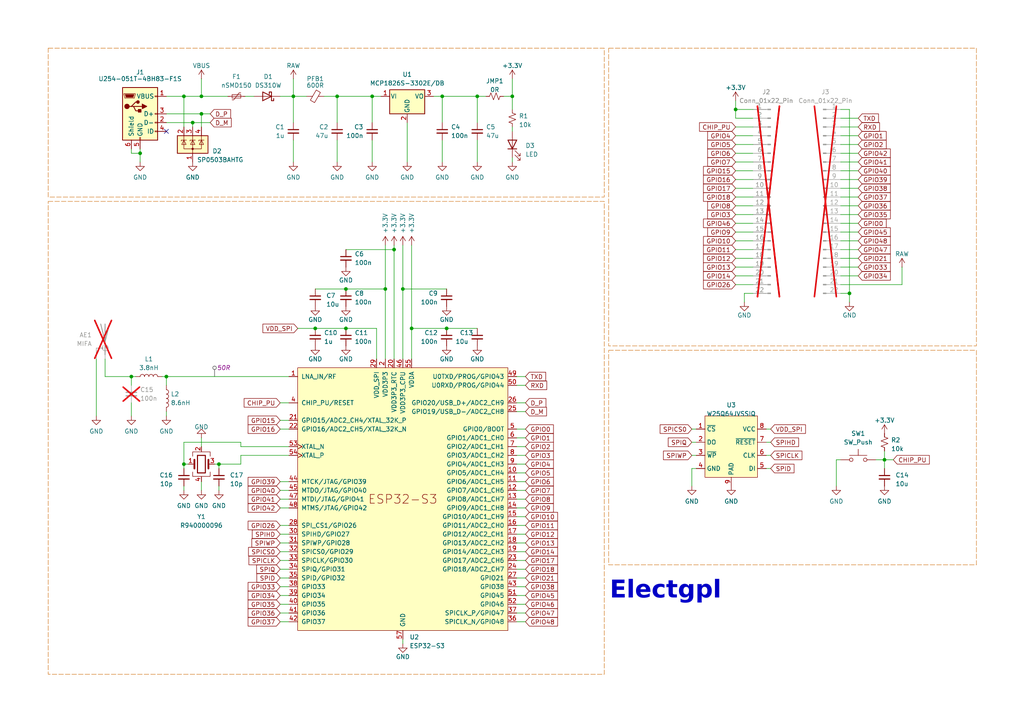
<source format=kicad_sch>
(kicad_sch (version 20250114) (generator "eeschema") (generator_version "9.0")
  (paper "A4")
  (title_block (title "ESP32-S3 Dev") (date "2025-04-11") (rev "1.0") (company "Electgpl"))
  (rectangle (start 176.53 13.97) (end 283.21 100.33) (stroke (width 0.127) (type dash) (color 204 102 0 1)))
  (rectangle (start 13.97 58.42) (end 175.26 195.58) (stroke (width 0.127) (type dash) (color 204 102 0 1)))
  (rectangle (start 176.53 101.6) (end 283.21 163.83) (stroke (width 0.127) (type dash) (color 204 102 0 1)))
  (rectangle (start 13.97 13.97) (end 175.26 57.15) (stroke (width 0.127) (type dash) (color 204 102 0 1)))
  (text "Electgpl" (at 193.04 172.72 0) (effects (font (size 5.08 5.08) (bold yes))))
  (junction (at 48.26 109.22))
  (junction (at 213.36 31.75))
  (junction (at 38.1 109.22))
  (junction (at 114.3 72.39))
  (junction (at 63.5 134.62))
  (junction (at 58.42 33.02))
  (junction (at 111.76 83.82))
  (junction (at 246.38 85.09))
  (junction (at 58.42 27.94))
  (junction (at 128.27 27.94))
  (junction (at 119.38 95.25))
  (junction (at 55.88 35.56))
  (junction (at 148.59 27.94))
  (junction (at 40.64 44.45))
  (junction (at 100.33 83.82))
  (junction (at 53.34 27.94))
  (junction (at 256.54 133.35))
  (junction (at 97.79 27.94))
  (junction (at 85.09 27.94))
  (junction (at 91.44 95.25))
  (junction (at 129.54 95.25))
  (junction (at 107.95 27.94))
  (junction (at 100.33 95.25))
  (junction (at 116.84 83.82))
  (junction (at 138.43 27.94))
  (junction (at 53.34 134.62))
  (no_connect (at 48.26 38.1))
  (wire (pts (xy 215.9 85.09) (xy 215.9 87.63)))
  (wire (pts (xy 38.1 116.84) (xy 38.1 120.65)))
  (wire (pts (xy 243.84 52.07) (xy 248.92 52.07)))
  (wire (pts (xy 148.59 38.1) (xy 148.59 36.83)))
  (wire (pts (xy 48.26 109.22) (xy 48.26 111.76)))
  (wire (pts (xy 149.86 157.48) (xy 152.4 157.48)))
  (wire (pts (xy 213.36 74.93) (xy 218.44 74.93)))
  (wire (pts (xy 243.84 54.61) (xy 248.92 54.61)))
  (wire (pts (xy 100.33 95.25) (xy 109.22 95.25)))
  (wire (pts (xy 85.09 27.94) (xy 85.09 35.56)))
  (wire (pts (xy 149.86 119.38) (xy 152.4 119.38)))
  (wire (pts (xy 213.36 64.77) (xy 218.44 64.77)))
  (wire (pts (xy 81.28 124.46) (xy 83.82 124.46)))
  (wire (pts (xy 119.38 71.12) (xy 119.38 95.25)))
  (wire (pts (xy 63.5 134.62) (xy 69.85 134.62)))
  (wire (pts (xy 58.42 22.86) (xy 58.42 27.94)))
  (wire (pts (xy 58.42 33.02) (xy 60.96 33.02)))
  (wire (pts (xy 213.36 41.91) (xy 218.44 41.91)))
  (wire (pts (xy 107.95 35.56) (xy 107.95 27.94)))
  (wire (pts (xy 85.09 27.94) (xy 88.9 27.94)))
  (wire (pts (xy 55.88 35.56) (xy 55.88 36.83)))
  (wire (pts (xy 243.84 44.45) (xy 248.92 44.45)))
  (wire (pts (xy 125.73 27.94) (xy 128.27 27.94)))
  (wire (pts (xy 128.27 27.94) (xy 128.27 35.56)))
  (wire (pts (xy 243.84 85.09) (xy 246.38 85.09)))
  (wire (pts (xy 116.84 83.82) (xy 129.54 83.82)))
  (wire (pts (xy 215.9 85.09) (xy 218.44 85.09)))
  (wire (pts (xy 149.86 154.94) (xy 152.4 154.94)))
  (wire (pts (xy 53.34 134.62) (xy 53.34 135.89)))
  (wire (pts (xy 40.64 43.18) (xy 40.64 44.45)))
  (wire (pts (xy 149.86 129.54) (xy 152.4 129.54)))
  (wire (pts (xy 128.27 40.64) (xy 128.27 46.99)))
  (wire (pts (xy 243.84 59.69) (xy 248.92 59.69)))
  (wire (pts (xy 39.37 109.22) (xy 38.1 109.22)))
  (wire (pts (xy 243.84 36.83) (xy 248.92 36.83)))
  (wire (pts (xy 81.28 116.84) (xy 83.82 116.84)))
  (wire (pts (xy 256.54 133.35) (xy 259.08 133.35)))
  (wire (pts (xy 213.36 82.55) (xy 218.44 82.55)))
  (wire (pts (xy 111.76 71.12) (xy 111.76 83.82)))
  (wire (pts (xy 201.93 135.89) (xy 200.66 135.89)))
  (wire (pts (xy 138.43 40.64) (xy 138.43 46.99)))
  (wire (pts (xy 243.84 69.85) (xy 248.92 69.85)))
  (wire (pts (xy 213.36 80.01) (xy 218.44 80.01)))
  (wire (pts (xy 149.86 116.84) (xy 152.4 116.84)))
  (wire (pts (xy 149.86 142.24) (xy 152.4 142.24)))
  (wire (pts (xy 243.84 46.99) (xy 248.92 46.99)))
  (wire (pts (xy 114.3 72.39) (xy 114.3 104.14)))
  (wire (pts (xy 48.26 119.38) (xy 48.26 120.65)))
  (wire (pts (xy 93.98 27.94) (xy 97.79 27.94)))
  (wire (pts (xy 149.86 177.8) (xy 152.4 177.8)))
  (wire (pts (xy 71.12 27.94) (xy 73.66 27.94)))
  (wire (pts (xy 213.36 49.53) (xy 218.44 49.53)))
  (wire (pts (xy 148.59 46.99) (xy 148.59 45.72)))
  (wire (pts (xy 48.26 35.56) (xy 55.88 35.56)))
  (wire (pts (xy 81.28 121.92) (xy 83.82 121.92)))
  (wire (pts (xy 118.11 35.56) (xy 118.11 46.99)))
  (wire (pts (xy 55.88 35.56) (xy 60.96 35.56)))
  (wire (pts (xy 81.28 144.78) (xy 83.82 144.78)))
  (wire (pts (xy 46.99 109.22) (xy 48.26 109.22)))
  (wire (pts (xy 213.36 62.23) (xy 218.44 62.23)))
  (wire (pts (xy 63.5 134.62) (xy 63.5 135.89)))
  (wire (pts (xy 48.26 33.02) (xy 58.42 33.02)))
  (wire (pts (xy 107.95 40.64) (xy 107.95 46.99)))
  (wire (pts (xy 58.42 127) (xy 58.42 129.54)))
  (wire (pts (xy 116.84 71.12) (xy 116.84 83.82)))
  (wire (pts (xy 243.84 49.53) (xy 248.92 49.53)))
  (wire (pts (xy 53.34 134.62) (xy 54.61 134.62)))
  (wire (pts (xy 218.44 31.75) (xy 213.36 31.75)))
  (wire (pts (xy 246.38 31.75) (xy 246.38 85.09)))
  (wire (pts (xy 243.84 64.77) (xy 248.92 64.77)))
  (wire (pts (xy 149.86 160.02) (xy 152.4 160.02)))
  (wire (pts (xy 213.36 44.45) (xy 218.44 44.45)))
  (wire (pts (xy 30.48 109.22) (xy 38.1 109.22)))
  (wire (pts (xy 100.33 83.82) (xy 111.76 83.82)))
  (wire (pts (xy 242.57 133.35) (xy 242.57 140.97)))
  (wire (pts (xy 58.42 139.7) (xy 58.42 142.24)))
  (wire (pts (xy 85.09 22.86) (xy 85.09 27.94)))
  (wire (pts (xy 48.26 109.22) (xy 83.82 109.22)))
  (wire (pts (xy 149.86 132.08) (xy 152.4 132.08)))
  (wire (pts (xy 149.86 170.18) (xy 152.4 170.18)))
  (wire (pts (xy 243.84 74.93) (xy 248.92 74.93)))
  (wire (pts (xy 81.28 177.8) (xy 83.82 177.8)))
  (wire (pts (xy 200.66 135.89) (xy 200.66 140.97)))
  (wire (pts (xy 222.25 132.08) (xy 223.52 132.08)))
  (wire (pts (xy 243.84 80.01) (xy 248.92 80.01)))
  (wire (pts (xy 213.36 69.85) (xy 218.44 69.85)))
  (wire (pts (xy 81.28 152.4) (xy 83.82 152.4)))
  (wire (pts (xy 81.28 139.7) (xy 83.82 139.7)))
  (wire (pts (xy 149.86 111.76) (xy 152.4 111.76)))
  (wire (pts (xy 53.34 27.94) (xy 53.34 36.83)))
  (wire (pts (xy 213.36 39.37) (xy 218.44 39.37)))
  (wire (pts (xy 213.36 31.75) (xy 213.36 29.21)))
  (wire (pts (xy 149.86 124.46) (xy 152.4 124.46)))
  (wire (pts (xy 149.86 180.34) (xy 152.4 180.34)))
  (wire (pts (xy 69.85 129.54) (xy 69.85 128.27)))
  (wire (pts (xy 149.86 137.16) (xy 152.4 137.16)))
  (wire (pts (xy 69.85 129.54) (xy 83.82 129.54)))
  (wire (pts (xy 91.44 83.82) (xy 100.33 83.82)))
  (wire (pts (xy 58.42 33.02) (xy 58.42 36.83)))
  (wire (pts (xy 81.28 154.94) (xy 83.82 154.94)))
  (wire (pts (xy 81.28 175.26) (xy 83.82 175.26)))
  (wire (pts (xy 149.86 147.32) (xy 152.4 147.32)))
  (wire (pts (xy 243.84 67.31) (xy 248.92 67.31)))
  (wire (pts (xy 86.36 95.25) (xy 91.44 95.25)))
  (wire (pts (xy 149.86 144.78) (xy 152.4 144.78)))
  (wire (pts (xy 81.28 180.34) (xy 83.82 180.34)))
  (wire (pts (xy 97.79 35.56) (xy 97.79 27.94)))
  (wire (pts (xy 146.05 27.94) (xy 148.59 27.94)))
  (wire (pts (xy 27.94 104.14) (xy 27.94 120.65)))
  (wire (pts (xy 114.3 71.12) (xy 114.3 72.39)))
  (wire (pts (xy 48.26 27.94) (xy 53.34 27.94)))
  (wire (pts (xy 256.54 133.35) (xy 256.54 135.89)))
  (wire (pts (xy 243.84 34.29) (xy 248.92 34.29)))
  (wire (pts (xy 38.1 44.45) (xy 40.64 44.45)))
  (wire (pts (xy 149.86 162.56) (xy 152.4 162.56)))
  (wire (pts (xy 116.84 104.14) (xy 116.84 83.82)))
  (wire (pts (xy 149.86 127) (xy 152.4 127)))
  (wire (pts (xy 81.28 160.02) (xy 83.82 160.02)))
  (wire (pts (xy 53.34 27.94) (xy 58.42 27.94)))
  (wire (pts (xy 53.34 128.27) (xy 53.34 134.62)))
  (wire (pts (xy 213.36 52.07) (xy 218.44 52.07)))
  (wire (pts (xy 111.76 83.82) (xy 111.76 104.14)))
  (wire (pts (xy 38.1 109.22) (xy 38.1 111.76)))
  (wire (pts (xy 81.28 142.24) (xy 83.82 142.24)))
  (wire (pts (xy 40.64 44.45) (xy 40.64 46.99)))
  (wire (pts (xy 81.28 167.64) (xy 83.82 167.64)))
  (wire (pts (xy 63.5 140.97) (xy 63.5 142.24)))
  (wire (pts (xy 149.86 149.86) (xy 152.4 149.86)))
  (wire (pts (xy 62.23 134.62) (xy 63.5 134.62)))
  (wire (pts (xy 256.54 130.81) (xy 256.54 133.35)))
  (wire (pts (xy 222.25 135.89) (xy 223.52 135.89)))
  (wire (pts (xy 243.84 82.55) (xy 261.62 82.55)))
  (wire (pts (xy 254 133.35) (xy 256.54 133.35)))
  (wire (pts (xy 81.28 157.48) (xy 83.82 157.48)))
  (wire (pts (xy 243.84 41.91) (xy 248.92 41.91)))
  (wire (pts (xy 30.48 104.14) (xy 30.48 109.22)))
  (wire (pts (xy 149.86 167.64) (xy 152.4 167.64)))
  (wire (pts (xy 97.79 40.64) (xy 97.79 46.99)))
  (wire (pts (xy 85.09 40.64) (xy 85.09 46.99)))
  (wire (pts (xy 213.36 34.29) (xy 213.36 31.75)))
  (wire (pts (xy 81.28 147.32) (xy 83.82 147.32)))
  (wire (pts (xy 138.43 27.94) (xy 140.97 27.94)))
  (wire (pts (xy 119.38 104.14) (xy 119.38 95.25)))
  (wire (pts (xy 149.86 175.26) (xy 152.4 175.26)))
  (wire (pts (xy 149.86 134.62) (xy 152.4 134.62)))
  (wire (pts (xy 213.36 36.83) (xy 218.44 36.83)))
  (wire (pts (xy 81.28 170.18) (xy 83.82 170.18)))
  (wire (pts (xy 243.84 57.15) (xy 248.92 57.15)))
  (wire (pts (xy 81.28 172.72) (xy 83.82 172.72)))
  (wire (pts (xy 149.86 152.4) (xy 152.4 152.4)))
  (wire (pts (xy 148.59 22.86) (xy 148.59 27.94)))
  (wire (pts (xy 58.42 27.94) (xy 66.04 27.94)))
  (wire (pts (xy 100.33 72.39) (xy 114.3 72.39)))
  (wire (pts (xy 81.28 162.56) (xy 83.82 162.56)))
  (wire (pts (xy 149.86 139.7) (xy 152.4 139.7)))
  (wire (pts (xy 81.28 165.1) (xy 83.82 165.1)))
  (wire (pts (xy 243.84 62.23) (xy 248.92 62.23)))
  (wire (pts (xy 261.62 77.47) (xy 261.62 82.55)))
  (wire (pts (xy 107.95 27.94) (xy 110.49 27.94)))
  (wire (pts (xy 213.36 72.39) (xy 218.44 72.39)))
  (wire (pts (xy 148.59 31.75) (xy 148.59 27.94)))
  (wire (pts (xy 129.54 95.25) (xy 138.43 95.25)))
  (wire (pts (xy 213.36 77.47) (xy 218.44 77.47)))
  (wire (pts (xy 128.27 27.94) (xy 138.43 27.94)))
  (wire (pts (xy 243.84 133.35) (xy 242.57 133.35)))
  (wire (pts (xy 38.1 43.18) (xy 38.1 44.45)))
  (wire (pts (xy 119.38 95.25) (xy 129.54 95.25)))
  (wire (pts (xy 200.66 132.08) (xy 201.93 132.08)))
  (wire (pts (xy 116.84 185.42) (xy 116.84 186.69)))
  (wire (pts (xy 81.28 27.94) (xy 85.09 27.94)))
  (wire (pts (xy 69.85 132.08) (xy 83.82 132.08)))
  (wire (pts (xy 213.36 46.99) (xy 218.44 46.99)))
  (wire (pts (xy 246.38 85.09) (xy 246.38 87.63)))
  (wire (pts (xy 223.52 124.46) (xy 222.25 124.46)))
  (wire (pts (xy 91.44 95.25) (xy 100.33 95.25)))
  (wire (pts (xy 149.86 165.1) (xy 152.4 165.1)))
  (wire (pts (xy 200.66 128.27) (xy 201.93 128.27)))
  (wire (pts (xy 97.79 27.94) (xy 107.95 27.94)))
  (wire (pts (xy 149.86 172.72) (xy 152.4 172.72)))
  (wire (pts (xy 243.84 31.75) (xy 246.38 31.75)))
  (wire (pts (xy 109.22 95.25) (xy 109.22 104.14)))
  (wire (pts (xy 69.85 128.27) (xy 53.34 128.27)))
  (wire (pts (xy 200.66 124.46) (xy 201.93 124.46)))
  (wire (pts (xy 69.85 134.62) (xy 69.85 132.08)))
  (wire (pts (xy 222.25 128.27) (xy 223.52 128.27)))
  (wire (pts (xy 53.34 140.97) (xy 53.34 142.24)))
  (wire (pts (xy 243.84 72.39) (xy 248.92 72.39)))
  (wire (pts (xy 243.84 77.47) (xy 248.92 77.47)))
  (wire (pts (xy 138.43 27.94) (xy 138.43 35.56)))
  (wire (pts (xy 243.84 39.37) (xy 248.92 39.37)))
  (wire (pts (xy 213.36 54.61) (xy 218.44 54.61)))
  (wire (pts (xy 149.86 109.22) (xy 152.4 109.22)))
  (wire (pts (xy 213.36 34.29) (xy 218.44 34.29)))
  (wire (pts (xy 213.36 59.69) (xy 218.44 59.69)))
  (wire (pts (xy 213.36 67.31) (xy 218.44 67.31)))
  (wire (pts (xy 213.36 57.15) (xy 218.44 57.15)))
  (global_label "SPID" (shape input) (at 223.52 135.89 0) (property "Intersheetrefs" "${INTERSHEET_REFS}" (effects (hide yes))))
  (global_label "GPIO47" (shape input) (at 248.92 72.39 0) (property "Intersheetrefs" "${INTERSHEET_REFS}" (effects (hide yes))))
  (global_label "GPIO8" (shape input) (at 213.36 59.69 180) (property "Intersheetrefs" "${INTERSHEET_REFS}" (effects (hide yes))))
  (global_label "GPIO46" (shape input) (at 213.36 64.77 180) (property "Intersheetrefs" "${INTERSHEET_REFS}" (effects (hide yes))))
  (global_label "GPIO36" (shape input) (at 81.28 177.8 180) (property "Intersheetrefs" "${INTERSHEET_REFS}" (effects (hide yes))))
  (global_label "GPIO38" (shape input) (at 152.4 170.18 0) (property "Intersheetrefs" "${INTERSHEET_REFS}" (effects (hide yes))))
  (global_label "GPIO2" (shape input) (at 152.4 129.54 0) (property "Intersheetrefs" "${INTERSHEET_REFS}" (effects (hide yes))))
  (global_label "GPIO40" (shape input) (at 248.92 49.53 0) (property "Intersheetrefs" "${INTERSHEET_REFS}" (effects (hide yes))))
  (global_label "GPIO1" (shape input) (at 152.4 127 0) (property "Intersheetrefs" "${INTERSHEET_REFS}" (effects (hide yes))))
  (global_label "GPIO18" (shape input) (at 152.4 165.1 0) (property "Intersheetrefs" "${INTERSHEET_REFS}" (effects (hide yes))))
  (global_label "SPIHD" (shape input) (at 223.52 128.27 0) (property "Intersheetrefs" "${INTERSHEET_REFS}" (effects (hide yes))))
  (global_label "GPIO8" (shape input) (at 152.4 144.78 0) (property "Intersheetrefs" "${INTERSHEET_REFS}" (effects (hide yes))))
  (global_label "RXD" (shape input) (at 152.4 111.76 0) (property "Intersheetrefs" "${INTERSHEET_REFS}" (effects (hide yes))))
  (global_label "GPIO26" (shape input) (at 81.28 152.4 180) (property "Intersheetrefs" "${INTERSHEET_REFS}" (effects (hide yes))))
  (global_label "GPIO11" (shape input) (at 152.4 152.4 0) (property "Intersheetrefs" "${INTERSHEET_REFS}" (effects (hide yes))))
  (global_label "GPIO21" (shape input) (at 248.92 74.93 0) (property "Intersheetrefs" "${INTERSHEET_REFS}" (effects (hide yes))))
  (global_label "GPIO5" (shape input) (at 213.36 41.91 180) (property "Intersheetrefs" "${INTERSHEET_REFS}" (effects (hide yes))))
  (global_label "GPIO0" (shape input) (at 152.4 124.46 0) (property "Intersheetrefs" "${INTERSHEET_REFS}" (effects (hide yes))))
  (global_label "GPIO16" (shape input) (at 81.28 124.46 180) (property "Intersheetrefs" "${INTERSHEET_REFS}" (effects (hide yes))))
  (global_label "D_P" (shape input) (at 152.4 116.84 0) (property "Intersheetrefs" "${INTERSHEET_REFS}" (effects (hide yes))))
  (global_label "GPIO6" (shape input) (at 152.4 139.7 0) (property "Intersheetrefs" "${INTERSHEET_REFS}" (effects (hide yes))))
  (global_label "SPIWP" (shape input) (at 81.28 157.48 180) (property "Intersheetrefs" "${INTERSHEET_REFS}" (effects (hide yes))))
  (global_label "GPIO12" (shape input) (at 213.36 74.93 180) (property "Intersheetrefs" "${INTERSHEET_REFS}" (effects (hide yes))))
  (global_label "GPIO46" (shape input) (at 152.4 175.26 0) (property "Intersheetrefs" "${INTERSHEET_REFS}" (effects (hide yes))))
  (global_label "SPICS0" (shape input) (at 200.66 124.46 180) (property "Intersheetrefs" "${INTERSHEET_REFS}" (effects (hide yes))))
  (global_label "GPIO14" (shape input) (at 152.4 160.02 0) (property "Intersheetrefs" "${INTERSHEET_REFS}" (effects (hide yes))))
  (global_label "GPIO47" (shape input) (at 152.4 177.8 0) (property "Intersheetrefs" "${INTERSHEET_REFS}" (effects (hide yes))))
  (global_label "GPIO2" (shape input) (at 248.92 41.91 0) (property "Intersheetrefs" "${INTERSHEET_REFS}" (effects (hide yes))))
  (global_label "GPIO41" (shape input) (at 81.28 144.78 180) (property "Intersheetrefs" "${INTERSHEET_REFS}" (effects (hide yes))))
  (global_label "GPIO9" (shape input) (at 213.36 67.31 180) (property "Intersheetrefs" "${INTERSHEET_REFS}" (effects (hide yes))))
  (global_label "GPIO17" (shape input) (at 213.36 54.61 180) (property "Intersheetrefs" "${INTERSHEET_REFS}" (effects (hide yes))))
  (global_label "GPIO13" (shape input) (at 213.36 77.47 180) (property "Intersheetrefs" "${INTERSHEET_REFS}" (effects (hide yes))))
  (global_label "SPIHD" (shape input) (at 81.28 154.94 180) (property "Intersheetrefs" "${INTERSHEET_REFS}" (effects (hide yes))))
  (global_label "GPIO37" (shape input) (at 81.28 180.34 180) (property "Intersheetrefs" "${INTERSHEET_REFS}" (effects (hide yes))))
  (global_label "D_M" (shape input) (at 152.4 119.38 0) (property "Intersheetrefs" "${INTERSHEET_REFS}" (effects (hide yes))))
  (global_label "TXD" (shape input) (at 152.4 109.22 0) (property "Intersheetrefs" "${INTERSHEET_REFS}" (effects (hide yes))))
  (global_label "GPIO4" (shape input) (at 213.36 39.37 180) (property "Intersheetrefs" "${INTERSHEET_REFS}" (effects (hide yes))))
  (global_label "GPIO34" (shape input) (at 248.92 80.01 0) (property "Intersheetrefs" "${INTERSHEET_REFS}" (effects (hide yes))))
  (global_label "GPIO41" (shape input) (at 248.92 46.99 0) (property "Intersheetrefs" "${INTERSHEET_REFS}" (effects (hide yes))))
  (global_label "D_P" (shape input) (at 60.96 33.02 0) (property "Intersheetrefs" "${INTERSHEET_REFS}" (effects (hide yes))))
  (global_label "GPIO17" (shape input) (at 152.4 162.56 0) (property "Intersheetrefs" "${INTERSHEET_REFS}" (effects (hide yes))))
  (global_label "GPIO6" (shape input) (at 213.36 44.45 180) (property "Intersheetrefs" "${INTERSHEET_REFS}" (effects (hide yes))))
  (global_label "SPIQ" (shape input) (at 200.66 128.27 180) (property "Intersheetrefs" "${INTERSHEET_REFS}" (effects (hide yes))))
  (global_label "GPIO33" (shape input) (at 81.28 170.18 180) (property "Intersheetrefs" "${INTERSHEET_REFS}" (effects (hide yes))))
  (global_label "SPICLK" (shape input) (at 223.52 132.08 0) (property "Intersheetrefs" "${INTERSHEET_REFS}" (effects (hide yes))))
  (global_label "GPIO4" (shape input) (at 152.4 134.62 0) (property "Intersheetrefs" "${INTERSHEET_REFS}" (effects (hide yes))))
  (global_label "GPIO48" (shape input) (at 152.4 180.34 0) (property "Intersheetrefs" "${INTERSHEET_REFS}" (effects (hide yes))))
  (global_label "GPIO12" (shape input) (at 152.4 154.94 0) (property "Intersheetrefs" "${INTERSHEET_REFS}" (effects (hide yes))))
  (global_label "GPIO5" (shape input) (at 152.4 137.16 0) (property "Intersheetrefs" "${INTERSHEET_REFS}" (effects (hide yes))))
  (global_label "GPIO48" (shape input) (at 248.92 69.85 0) (property "Intersheetrefs" "${INTERSHEET_REFS}" (effects (hide yes))))
  (global_label "GPIO7" (shape input) (at 213.36 46.99 180) (property "Intersheetrefs" "${INTERSHEET_REFS}" (effects (hide yes))))
  (global_label "SPICS0" (shape input) (at 81.28 160.02 180) (property "Intersheetrefs" "${INTERSHEET_REFS}" (effects (hide yes))))
  (global_label "RXD" (shape input) (at 248.92 36.83 0) (property "Intersheetrefs" "${INTERSHEET_REFS}" (effects (hide yes))))
  (global_label "GPIO16" (shape input) (at 213.36 52.07 180) (property "Intersheetrefs" "${INTERSHEET_REFS}" (effects (hide yes))))
  (global_label "SPICLK" (shape input) (at 81.28 162.56 180) (property "Intersheetrefs" "${INTERSHEET_REFS}" (effects (hide yes))))
  (global_label "GPIO42" (shape input) (at 81.28 147.32 180) (property "Intersheetrefs" "${INTERSHEET_REFS}" (effects (hide yes))))
  (global_label "GPIO39" (shape input) (at 248.92 52.07 0) (property "Intersheetrefs" "${INTERSHEET_REFS}" (effects (hide yes))))
  (global_label "GPIO3" (shape input) (at 152.4 132.08 0) (property "Intersheetrefs" "${INTERSHEET_REFS}" (effects (hide yes))))
  (global_label "GPIO9" (shape input) (at 152.4 147.32 0) (property "Intersheetrefs" "${INTERSHEET_REFS}" (effects (hide yes))))
  (global_label "GPIO3" (shape input) (at 213.36 62.23 180) (property "Intersheetrefs" "${INTERSHEET_REFS}" (effects (hide yes))))
  (global_label "GPIO35" (shape input) (at 81.28 175.26 180) (property "Intersheetrefs" "${INTERSHEET_REFS}" (effects (hide yes))))
  (global_label "GPIO38" (shape input) (at 248.92 54.61 0) (property "Intersheetrefs" "${INTERSHEET_REFS}" (effects (hide yes))))
  (global_label "SPID" (shape input) (at 81.28 167.64 180) (property "Intersheetrefs" "${INTERSHEET_REFS}" (effects (hide yes))))
  (global_label "SPIWP" (shape input) (at 200.66 132.08 180) (property "Intersheetrefs" "${INTERSHEET_REFS}" (effects (hide yes))))
  (global_label "VDD_SPI" (shape input) (at 223.52 124.46 0) (property "Intersheetrefs" "${INTERSHEET_REFS}" (effects (hide yes))))
  (global_label "VDD_SPI" (shape input) (at 86.36 95.25 180) (property "Intersheetrefs" "${INTERSHEET_REFS}" (effects (hide yes))))
  (global_label "GPIO36" (shape input) (at 248.92 59.69 0) (property "Intersheetrefs" "${INTERSHEET_REFS}" (effects (hide yes))))
  (global_label "GPIO40" (shape input) (at 81.28 142.24 180) (property "Intersheetrefs" "${INTERSHEET_REFS}" (effects (hide yes))))
  (global_label "SPIQ" (shape input) (at 81.28 165.1 180) (property "Intersheetrefs" "${INTERSHEET_REFS}" (effects (hide yes))))
  (global_label "GPIO35" (shape input) (at 248.92 62.23 0) (property "Intersheetrefs" "${INTERSHEET_REFS}" (effects (hide yes))))
  (global_label "GPIO0" (shape input) (at 248.92 64.77 0) (property "Intersheetrefs" "${INTERSHEET_REFS}" (effects (hide yes))))
  (global_label "GPIO42" (shape input) (at 248.92 44.45 0) (property "Intersheetrefs" "${INTERSHEET_REFS}" (effects (hide yes))))
  (global_label "GPIO18" (shape input) (at 213.36 57.15 180) (property "Intersheetrefs" "${INTERSHEET_REFS}" (effects (hide yes))))
  (global_label "GPIO37" (shape input) (at 248.92 57.15 0) (property "Intersheetrefs" "${INTERSHEET_REFS}" (effects (hide yes))))
  (global_label "GPIO39" (shape input) (at 81.28 139.7 180) (property "Intersheetrefs" "${INTERSHEET_REFS}" (effects (hide yes))))
  (global_label "GPIO33" (shape input) (at 248.92 77.47 0) (property "Intersheetrefs" "${INTERSHEET_REFS}" (effects (hide yes))))
  (global_label "GPIO15" (shape input) (at 81.28 121.92 180) (property "Intersheetrefs" "${INTERSHEET_REFS}" (effects (hide yes))))
  (global_label "GPIO13" (shape input) (at 152.4 157.48 0) (property "Intersheetrefs" "${INTERSHEET_REFS}" (effects (hide yes))))
  (global_label "GPIO15" (shape input) (at 213.36 49.53 180) (property "Intersheetrefs" "${INTERSHEET_REFS}" (effects (hide yes))))
  (global_label "CHIP_PU" (shape input) (at 213.36 36.83 180) (property "Intersheetrefs" "${INTERSHEET_REFS}" (effects (hide yes))))
  (global_label "GPIO14" (shape input) (at 213.36 80.01 180) (property "Intersheetrefs" "${INTERSHEET_REFS}" (effects (hide yes))))
  (global_label "CHIP_PU" (shape input) (at 259.08 133.35 0) (property "Intersheetrefs" "${INTERSHEET_REFS}" (effects (hide yes))))
  (global_label "GPIO7" (shape input) (at 152.4 142.24 0) (property "Intersheetrefs" "${INTERSHEET_REFS}" (effects (hide yes))))
  (global_label "GPIO26" (shape input) (at 213.36 82.55 180) (property "Intersheetrefs" "${INTERSHEET_REFS}" (effects (hide yes))))
  (global_label "GPIO21" (shape input) (at 152.4 167.64 0) (property "Intersheetrefs" "${INTERSHEET_REFS}" (effects (hide yes))))
  (global_label "GPIO11" (shape input) (at 213.36 72.39 180) (property "Intersheetrefs" "${INTERSHEET_REFS}" (effects (hide yes))))
  (global_label "GPIO10" (shape input) (at 152.4 149.86 0) (property "Intersheetrefs" "${INTERSHEET_REFS}" (effects (hide yes))))
  (global_label "GPIO10" (shape input) (at 213.36 69.85 180) (property "Intersheetrefs" "${INTERSHEET_REFS}" (effects (hide yes))))
  (global_label "TXD" (shape input) (at 248.92 34.29 0) (property "Intersheetrefs" "${INTERSHEET_REFS}" (effects (hide yes))))
  (global_label "D_M" (shape input) (at 60.96 35.56 0) (property "Intersheetrefs" "${INTERSHEET_REFS}" (effects (hide yes))))
  (global_label "CHIP_PU" (shape input) (at 81.28 116.84 180) (property "Intersheetrefs" "${INTERSHEET_REFS}" (effects (hide yes))))
  (global_label "GPIO45" (shape input) (at 248.92 67.31 0) (property "Intersheetrefs" "${INTERSHEET_REFS}" (effects (hide yes))))
  (global_label "GPIO1" (shape input) (at 248.92 39.37 0) (property "Intersheetrefs" "${INTERSHEET_REFS}" (effects (hide yes))))
  (global_label "GPIO45" (shape input) (at 152.4 172.72 0) (property "Intersheetrefs" "${INTERSHEET_REFS}" (effects (hide yes))))
  (global_label "GPIO34" (shape input) (at 81.28 172.72 180) (property "Intersheetrefs" "${INTERSHEET_REFS}" (effects (hide yes))))
  (netclass_flag "" (length 2.54) (shape round) (at 62.23 109.22 0) (property "Netclass" "50R" (at 62.9285 106.68 0) (effects (font (italic yes)) (justify left))))
  (symbol (lib_id "Device:R_Small_US") (at 148.59 34.29 0) (unit 1)
    (property "Reference" "R1" (at 150.495 33.655 0) (effects (justify left)))
    (property "Value" "10k" (at 150.495 36.195 0) (effects (justify left)))
    (property "Footprint" "Resistor_SMD:R_0402_1005Metric" (effects (hide yes)))
    (property "Description" "100mW Thick Film Resistors 75V ±100ppm/℃ ±5% 10kΩ 0603 Chip Resistor - Surface Mount ROHS" (effects (hide yes)))
    (property "LCSC" "RE0023874" (effects (hide yes)))
    (property "MFR P/N" "RC0402JR-0710KL" (effects (hide yes)))
  )
  (symbol (lib_id "Device:Antenna_Shield") (at 30.48 99.06 0) (mirror y) (unit 1) (dnp yes)
    (property "Reference" "AE1" (at 26.67 97.1549 0) (effects (justify left)))
    (property "Value" "MIFA" (at 26.67 99.6949 0) (effects (justify left)))
    (property "Footprint" "ESP_Antenna:ESPRESSIF_ESP32_MIFA_2.4GHz_Right" (effects (hide yes)))
    (property "Description" "Antenna with extra pin for shielding" (effects (hide yes)))
  )
  (symbol (lib_id "Device:C_Small") (at 85.09 38.1 0) (mirror y) (unit 1)
    (property "Reference" "C1" (at 82.55 36.83 0) (effects (justify left)))
    (property "Value" "1u" (at 82.55 39.37 0) (effects (justify left)))
    (property "Footprint" "Capacitor_SMD:C_0402_1005Metric" (effects (hide yes)))
    (property "Description" "25V 1uF X5R ±10% 0603 Multilayer Ceramic Capacitors MLCC - SMD/SMT ROHS" (effects (hide yes)))
    (property "Absolute minimum" "25V" (effects (hide yes)))
    (property "Reference MFG P/N" "C5673" (effects (hide yes)))
    (property "LCSC" "CA0157860" (effects (hide yes)))
    (property "MFR P/N" "CL05X105KP5NNNC" (effects (hide yes)))
  )
  (symbol (lib_id "Device:C_Small") (at 128.27 38.1 0) (unit 1)
    (property "Reference" "C4" (at 130.81 36.83 0) (effects (justify left)))
    (property "Value" "100n" (at 130.81 39.37 0) (effects (justify left)))
    (property "Footprint" "Capacitor_SMD:C_0402_1005Metric" (effects (hide yes)))
    (property "Description" "50V 100nF X7R ±10% 0603 Multilayer Ceramic Capacitors MLCC - SMD/SMT ROHS" (effects (hide yes)))
    (property "Absolute minimum" "50V" (effects (hide yes)))
    (property "Reference MFG P/N" "C1591" (effects (hide yes)))
    (property "LCSC" "RE0187778" (effects (hide yes)))
    (property "MFR P/N" "CC0402KRX7R9BB104" (effects (hide yes)))
  )
  (symbol (lib_id "power:GND") (at 148.59 46.99 0) (mirror y) (unit 1)
    (property "Reference" "#PWR013" (effects (hide yes)))
    (property "Value" "GND" (at 148.59 51.435 0))
  )
  (symbol (lib_id "power:GND") (at 129.54 100.33 0) (unit 1)
    (property "Reference" "#PWR029" (effects (hide yes)))
    (property "Value" "GND" (at 129.54 104.14 0))
  )
  (symbol (lib_id "power:GND") (at 85.09 46.99 0) (unit 1)
    (property "Reference" "#PWR07" (effects (hide yes)))
    (property "Value" "GND" (at 85.09 51.435 0))
  )
  (symbol (lib_id "power:GND") (at 215.9 87.63 0) (unit 1)
    (property "Reference" "#PWR024" (effects (hide yes)))
    (property "Value" "GND" (at 215.9 91.44 0))
  )
  (symbol (lib_id "Device:C_Small") (at 129.54 97.79 0) (mirror y) (unit 1)
    (property "Reference" "C12" (at 127 96.52 0) (effects (justify left)))
    (property "Value" "100n" (at 127 99.06 0) (effects (justify left)))
    (property "Footprint" "Capacitor_SMD:C_0402_1005Metric" (effects (hide yes)))
    (property "Description" "50V 100nF X7R ±10% 0603 Multilayer Ceramic Capacitors MLCC - SMD/SMT ROHS" (effects (hide yes)))
    (property "Absolute minimum" "50V" (effects (hide yes)))
    (property "Reference MFG P/N" "C1591" (effects (hide yes)))
    (property "LCSC" "RE0187778" (effects (hide yes)))
    (property "MFR P/N" "CC0402KRX7R9BB104" (effects (hide yes)))
  )
  (symbol (lib_id "Device:L") (at 48.26 115.57 0) (unit 1)
    (property "Reference" "L2" (at 49.53 114.2999 0) (effects (justify left)))
    (property "Value" "8.6nH" (at 49.53 116.8399 0) (effects (justify left)))
    (property "Footprint" "Capacitor_SMD:C_0402_1005Metric" (effects (hide yes)))
    (property "Description" "Inductor" (effects (hide yes)))
    (property "LCSC" "IN0074484" (effects (hide yes)))
    (property "MFR P/N" "SCW1005C8N2JST" (effects (hide yes)))
  )
  (symbol (lib_id "Device:C_Small") (at 100.33 74.93 0) (unit 1)
    (property "Reference" "C6" (at 102.87 73.66 0) (effects (justify left)))
    (property "Value" "100n" (at 102.87 76.2 0) (effects (justify left)))
    (property "Footprint" "Capacitor_SMD:C_0402_1005Metric" (effects (hide yes)))
    (property "Description" "50V 100nF X7R ±10% 0603 Multilayer Ceramic Capacitors MLCC - SMD/SMT ROHS" (effects (hide yes)))
    (property "Absolute minimum" "50V" (effects (hide yes)))
    (property "Reference MFG P/N" "C1591" (effects (hide yes)))
    (property "LCSC" "RE0187778" (effects (hide yes)))
    (property "MFR P/N" "CC0402KRX7R9BB104" (effects (hide yes)))
  )
  (symbol (lib_id "Device:LED") (at 148.59 41.91 90) (unit 1)
    (property "Reference" "D3" (at 152.4 42.2274 90) (effects (justify right)))
    (property "Value" "LED" (at 152.4 44.7674 90) (effects (justify right)))
    (property "Footprint" "LED_SMD:LED_0603_1608Metric" (effects (hide yes)))
    (property "Description" "Light emitting diode" (effects (hide yes)))
    (property "LCSC" "PH0093820" (effects (hide yes)))
    (property "MFR P/N" "TJ-S1608B06HQYJY-A3" (effects (hide yes)))
  )
  (symbol (lib_id "power:GND") (at 212.09 140.97 0) (unit 1)
    (property "Reference" "#PWR042" (effects (hide yes)))
    (property "Value" "GND" (at 212.09 145.415 0))
  )
  (symbol (lib_id "power:GND") (at 97.79 46.99 0) (unit 1)
    (property "Reference" "#PWR08" (effects (hide yes)))
    (property "Value" "GND" (at 97.79 51.435 0))
  )
  (symbol (lib_id "power:+3.3V") (at 114.3 71.12 0) (unit 1)
    (property "Reference" "#PWR015" (effects (hide yes)))
    (property "Value" "+3.3V" (at 114.3 64.77 90))
  )
  (symbol (lib_id "Device:C_Small") (at 256.54 138.43 0) (unit 1)
    (property "Reference" "C14" (at 259.715 137.8013 0) (effects (justify left)))
    (property "Value" "10u" (at 259.715 140.3413 0) (effects (justify left)))
    (property "Footprint" "Capacitor_SMD:C_0603_1608Metric" (effects (hide yes)))
    (property "Description" "10V 10uF X5R ±10% 0603 Multilayer Ceramic Capacitors MLCC - SMD/SMT ROHS" (effects (hide yes)))
    (property "LCSC" "CA0384128" (effects (hide yes)))
    (property "MFR P/N" "GCM188D70J106ME36D" (effects (hide yes)))
  )
  (symbol (lib_id "power:GND") (at 100.33 88.9 0) (unit 1)
    (property "Reference" "#PWR022" (effects (hide yes)))
    (property "Value" "GND" (at 100.33 92.71 0))
  )
  (symbol (lib_id "Regulator_Linear:MCP1703Ax-330xxDB") (at 118.11 27.94 0) (unit 1)
    (property "Reference" "U1" (at 118.11 21.59 0))
    (property "Value" "MCP1826S-3302E/DB" (at 118.11 24.13 0))
    (property "Footprint" "Package_TO_SOT_SMD:SOT-223" (effects (hide yes)))
    (property "Datasheet" "http://ww1.microchip.com/downloads/en/DeviceDoc/20005122B.pdf" (effects (hide yes)))
    (property "Description" "60dB@(100Hz) 1A Fixed 3.3V Positive electrode 6V SOT-223-3 Voltage Regulators - Linear, Low Drop Out (LDO) Regulators ROHS" (effects (hide yes)))
    (property "Absolute minimum" "MCP1826S-3302E/DB" (effects (hide yes)))
    (property "Reference MFG P/N" "C638624" (effects (hide yes)))
    (property "LCSC" "IC0133633" (effects (hide yes)))
    (property "MFR P/N" "MCP1826S-3302E/DB" (effects (hide yes)))
  )
  (symbol (lib_id "Switch:SW_Push") (at 248.92 133.35 0) (unit 1)
    (property "Reference" "SW1" (at 248.92 125.73 0))
    (property "Value" "SW_Push" (at 248.92 128.27 0))
    (property "Footprint" "Button_Switch_SMD:SW_Push_SPST_NO_Alps_SKRK" (effects (hide yes)))
    (property "Description" "Push button switch, generic, two pins" (effects (hide yes)))
    (property "LCSC" "SW0049182" (effects (hide yes)))
    (property "MFR P/N" "SKRKAEE020" (effects (hide yes)))
  )
  (symbol (lib_id "power:GND") (at 91.44 88.9 0) (unit 1)
    (property "Reference" "#PWR021" (effects (hide yes)))
    (property "Value" "GND" (at 91.44 92.71 0))
  )
  (symbol (lib_id "power:+3.3V") (at 119.38 71.12 0) (unit 1)
    (property "Reference" "#PWR017" (effects (hide yes)))
    (property "Value" "+3.3V" (at 119.38 64.77 90))
  )
  (symbol (lib_id "power:GND") (at 53.34 142.24 0) (unit 1)
    (property "Reference" "#PWR037" (effects (hide yes)))
    (property "Value" "GND" (at 53.34 146.685 0))
  )
  (symbol (lib_id "Device:C_Small") (at 107.95 38.1 0) (mirror y) (unit 1)
    (property "Reference" "C3" (at 105.41 36.83 0) (effects (justify left)))
    (property "Value" "100n" (at 105.41 39.37 0) (effects (justify left)))
    (property "Footprint" "Capacitor_SMD:C_0402_1005Metric" (effects (hide yes)))
    (property "Description" "50V 100nF X7R ±10% 0603 Multilayer Ceramic Capacitors MLCC - SMD/SMT ROHS" (effects (hide yes)))
    (property "Absolute minimum" "50V" (effects (hide yes)))
    (property "Reference MFG P/N" "C1591" (effects (hide yes)))
    (property "LCSC" "RE0187778" (effects (hide yes)))
    (property "MFR P/N" "CC0402KRX7R9BB104" (effects (hide yes)))
  )
  (symbol (lib_id "power:+3.3V") (at 116.84 71.12 0) (unit 1)
    (property "Reference" "#PWR016" (effects (hide yes)))
    (property "Value" "+3.3V" (at 116.84 64.77 90))
  )
  (symbol (lib_id "Device:Polyfuse_Small") (at 68.58 27.94 90) (unit 1)
    (property "Reference" "F1" (at 68.58 22.225 90))
    (property "Value" "nSMD150" (at 68.58 24.765 90))
    (property "Footprint" "Fuse:Fuse_1206_3216Metric_Pad1.42x1.75mm_HandSolder" (effects (hide yes)))
    (property "Description" "Resettable fuse, polymeric positive temperature coefficient, small symbol" (effects (hide yes)))
    (property "MFR P/N" "nSMD075-16V" (effects (hide yes)))
    (property "LCSC" "CP0107097" (effects (hide yes)))
  )
  (symbol (lib_id "power:GND") (at 55.88 46.99 0) (unit 1)
    (property "Reference" "#PWR06" (effects (hide yes)))
    (property "Value" "GND" (at 55.88 51.435 0))
    (property "Description" "Power symbol creates a global label with name \"GND\" , ground" (effects (hide yes)))
  )
  (symbol (lib_id "Connector:USB_B_Micro") (at 40.64 33.02 0) (unit 1)
    (property "Reference" "J1" (at 40.64 20.955 0))
    (property "Value" "U254-051T-4BH83-F1S" (at 40.64 22.86 0))
    (property "Footprint" "Connector_USB:USB_Micro-B_XKB_U254-051T-4BH83-F1S" (effects (hide yes)))
    (property "Description" "USB Micro Type B connector" (effects (hide yes)))
    (property "MFR P/N" "U254-051T-4BH83-F1S" (effects (hide yes)))
    (property "LCSC" "CO0893195" (effects (hide yes)))
  )
  (symbol (lib_id "Device:C_Small") (at 100.33 86.36 0) (unit 1)
    (property "Reference" "C8" (at 102.87 85.09 0) (effects (justify left)))
    (property "Value" "100n" (at 102.87 87.63 0) (effects (justify left)))
    (property "Footprint" "Capacitor_SMD:C_0402_1005Metric" (effects (hide yes)))
    (property "Description" "50V 100nF X7R ±10% 0603 Multilayer Ceramic Capacitors MLCC - SMD/SMT ROHS" (effects (hide yes)))
    (property "Absolute minimum" "50V" (effects (hide yes)))
    (property "Reference MFG P/N" "C1591" (effects (hide yes)))
    (property "LCSC" "RE0187778" (effects (hide yes)))
    (property "MFR P/N" "CC0402KRX7R9BB104" (effects (hide yes)))
  )
  (symbol (lib_id "Device:R_Small_US") (at 256.54 128.27 0) (unit 1)
    (property "Reference" "R2" (at 258.445 127.635 0) (effects (justify left)))
    (property "Value" "10k" (at 258.445 130.175 0) (effects (justify left)))
    (property "Footprint" "Resistor_SMD:R_0402_1005Metric" (effects (hide yes)))
    (property "Description" "100mW Thick Film Resistors 75V ±100ppm/℃ ±5% 10kΩ 0603 Chip Resistor - Surface Mount ROHS" (effects (hide yes)))
    (property "LCSC" "RE0023874" (effects (hide yes)))
    (property "MFR P/N" "RC0402JR-0710KL" (effects (hide yes)))
  )
  (symbol (lib_id "power:+5V") (at 261.62 77.47 0) (unit 1)
    (property "Reference" "#PWR019" (effects (hide yes)))
    (property "Value" "RAW" (at 261.62 73.66 0))
    (property "Description" "Power symbol creates a global label with name \"+5V\"" (effects (hide yes)))
  )
  (symbol (lib_id "Device:C_Small") (at 91.44 97.79 0) (unit 1)
    (property "Reference" "C10" (at 93.98 96.52 0) (effects (justify left)))
    (property "Value" "1u" (at 93.98 99.06 0) (effects (justify left)))
    (property "Footprint" "Capacitor_SMD:C_0402_1005Metric" (effects (hide yes)))
    (property "Description" "25V 1uF X5R ±10% 0603 Multilayer Ceramic Capacitors MLCC - SMD/SMT ROHS" (effects (hide yes)))
    (property "Absolute minimum" "25V" (effects (hide yes)))
    (property "Reference MFG P/N" "C5673" (effects (hide yes)))
    (property "LCSC" "CA0157860" (effects (hide yes)))
    (property "MFR P/N" "CL05X105KP5NNNC" (effects (hide yes)))
  )
  (symbol (lib_id "power:GND") (at 242.57 140.97 0) (unit 1)
    (property "Reference" "#PWR031" (effects (hide yes)))
    (property "Value" "GND" (at 242.57 145.415 0))
  )
  (symbol (lib_id "power:GND") (at 128.27 46.99 0) (unit 1)
    (property "Reference" "#PWR011" (effects (hide yes)))
    (property "Value" "GND" (at 128.27 51.435 0))
  )
  (symbol (lib_id "power:GND") (at 246.38 87.63 0) (unit 1)
    (property "Reference" "#PWR025" (effects (hide yes)))
    (property "Value" "GND" (at 246.38 91.44 0))
  )
  (symbol (lib_id "Connector:Conn_01x22_Pin") (at 238.76 57.15 0) (unit 1) (dnp yes)
    (property "Reference" "J3" (at 239.395 26.67 0))
    (property "Value" "Conn_01x22_Pin" (at 239.395 29.21 0))
    (property "Footprint" "Connector_PinHeader_2.54mm:PinHeader_1x22_P2.54mm_Vertical" (effects (hide yes)))
    (property "Description" "Generic connector, single row, 01x22, script generated" (effects (hide yes)))
  )
  (symbol (lib_id "power:GND") (at 63.5 142.24 0) (unit 1)
    (property "Reference" "#PWR039" (effects (hide yes)))
    (property "Value" "GND" (at 63.5 146.685 0))
  )
  (symbol (lib_id "power:GND") (at 107.95 46.99 0) (unit 1)
    (property "Reference" "#PWR09" (effects (hide yes)))
    (property "Value" "GND" (at 107.95 51.435 0))
  )
  (symbol (lib_id "Device:C_Small") (at 138.43 38.1 0) (unit 1)
    (property "Reference" "C5" (at 140.97 36.83 0) (effects (justify left)))
    (property "Value" "47u" (at 140.97 39.37 0) (effects (justify left)))
    (property "Footprint" "Capacitor_SMD:C_0603_1608Metric" (effects (hide yes)))
    (property "Description" "10V 47uF X5R ±20% 0805 Multilayer Ceramic Capacitors MLCC - SMD/SMT ROHS" (effects (hide yes)))
    (property "Absolute minimum" "10V" (effects (hide yes)))
    (property "Reference MFG P/N" "C124129" (effects (hide yes)))
    (property "LCSC" "CA0135493" (effects (hide yes)))
    (property "MFR P/N" "GRM188R60J476ME15D" (effects (hide yes)))
  )
  (symbol (lib_id "Diode:B140-E3") (at 77.47 27.94 180) (unit 1)
    (property "Reference" "D1" (at 77.7875 22.225 0))
    (property "Value" "DS310W" (at 77.7875 24.765 0))
    (property "Footprint" "Diode_SMD:D_SOD-123" (effects (hide yes)))
    (property "Datasheet" "http://www.vishay.com/docs/88946/b120.pdf" (effects (hide yes)))
    (property "Description" "40V 1A Schottky Barrier Rectifier Diode, SMA(DO-214AC)" (effects (hide yes)))
    (property "MFR P/N" "DS310W" (effects (hide yes)))
    (property "LCSC" "DS0182252" (effects (hide yes)))
  )
  (symbol (lib_id "Connector:Conn_01x22_Pin") (at 223.52 57.15 0) (mirror y) (unit 1) (dnp yes)
    (property "Reference" "J2" (at 222.25 26.67 0))
    (property "Value" "Conn_01x22_Pin" (at 222.25 29.21 0))
    (property "Footprint" "Connector_PinHeader_2.54mm:PinHeader_1x22_P2.54mm_Vertical" (effects (hide yes)))
    (property "Description" "Generic connector, single row, 01x22, script generated" (effects (hide yes)))
  )
  (symbol (lib_id "power:+5V") (at 85.09 22.86 0) (unit 1)
    (property "Reference" "#PWR02" (effects (hide yes)))
    (property "Value" "RAW" (at 85.09 19.05 0))
    (property "Description" "Power symbol creates a global label with name \"+5V\"" (effects (hide yes)))
  )
  (symbol (lib_id "Espressif:ESP32-S3") (at 116.84 144.78 0) (unit 1)
    (property "Reference" "U2" (at 118.7959 184.785 0) (effects (justify left)))
    (property "Value" "ESP32-S3" (at 118.7959 187.325 0) (effects (justify left)))
    (property "Footprint" "Package_DFN_QFN:QFN-56-1EP_7x7mm_P0.4mm_EP5.6x5.6mm" (effects (hide yes)))
    (property "Datasheet" "https://www.espressif.com/sites/default/files/documentation/esp32-s3_datasheet_en.pdf" (effects (hide yes)))
    (property "Description" "150Mbps 2412MHz~2484MHz 2.4GHz QFN-56(7x7) RF Transceiver ICs ROHS" (effects (hide yes)))
    (property "LCSC" "RF15788811" (effects (hide yes)))
    (property "MFR P/N" "ESP32-S3R8" (effects (hide yes)))
  )
  (symbol (lib_id "power:GND") (at 40.64 46.99 0) (unit 1)
    (property "Reference" "#PWR05" (effects (hide yes)))
    (property "Value" "GND" (at 40.64 51.435 0))
    (property "Description" "Power symbol creates a global label with name \"GND\" , ground" (effects (hide yes)))
  )
  (symbol (lib_id "power:GND") (at 138.43 46.99 0) (unit 1)
    (property "Reference" "#PWR012" (effects (hide yes)))
    (property "Value" "GND" (at 138.43 51.435 0))
  )
  (symbol (lib_id "power:GND") (at 58.42 127 180) (unit 1)
    (property "Reference" "#PWR035" (effects (hide yes)))
    (property "Value" "GND" (at 58.42 123.825 0))
  )
  (symbol (lib_id "Device:C_Small") (at 138.43 97.79 0) (unit 1)
    (property "Reference" "C13" (at 133.35 96.52 0) (effects (justify left)))
    (property "Value" "10u" (at 132.08 99.06 0) (effects (justify left)))
    (property "Footprint" "Capacitor_SMD:C_0603_1608Metric" (effects (hide yes)))
    (property "Description" "10V 10uF X5R ±10% 0603 Multilayer Ceramic Capacitors MLCC - SMD/SMT ROHS" (effects (hide yes)))
    (property "LCSC" "CA0384128" (effects (hide yes)))
    (property "MFR P/N" "GCM188D70J106ME36D" (effects (hide yes)))
  )
  (symbol (lib_id "Device:C_Small") (at 63.5 138.43 0) (unit 1)
    (property "Reference" "C17" (at 66.675 137.8013 0) (effects (justify left)))
    (property "Value" "10p" (at 66.675 140.3413 0) (effects (justify left)))
    (property "Footprint" "Capacitor_SMD:C_0402_1005Metric" (effects (hide yes)))
    (property "Description" "50V 10pF NP0 ±5% 0603 Multilayer Ceramic Capacitors MLCC - SMD/SMT ROHS" (effects (hide yes)))
    (property "LCSC" "CA0137027" (effects (hide yes)))
    (property "MFR P/N" "GRM1555C1H100GA01D" (effects (hide yes)))
  )
  (symbol (lib_id "Device:R_Small_US") (at 143.51 27.94 90) (unit 1)
    (property "Reference" "JMP1" (at 143.51 23.495 90))
    (property "Value" "0R" (at 143.51 26.035 90))
    (property "Footprint" "Resistor_SMD:R_0603_1608Metric" (effects (hide yes)))
    (property "Description" "100mW Thick Film Resistors 75V ±5% 0Ω 0603 Chip Resistor - Surface Mount ROHS" (effects (hide yes)))
    (property "Absolute minimum" "0R" (effects (hide yes)))
    (property "Reference MFG P/N" "C2907080" (effects (hide yes)))
    (property "LCSC" "RE0030890" (effects (hide yes)))
    (property "MFR P/N" "AC0603JR-070RL" (effects (hide yes)))
  )
  (symbol (lib_id "power:+3.3V") (at 111.76 71.12 0) (unit 1)
    (property "Reference" "#PWR014" (effects (hide yes)))
    (property "Value" "+3.3V" (at 111.76 64.77 90))
  )
  (symbol (lib_id "power:+3.3V") (at 256.54 125.73 0) (unit 1)
    (property "Reference" "#PWR026" (effects (hide yes)))
    (property "Value" "+3.3V" (at 256.54 121.92 0))
  )
  (symbol (lib_id "power:GND") (at 27.94 120.65 0) (unit 1)
    (property "Reference" "#PWR020" (effects (hide yes)))
    (property "Value" "GND" (at 27.94 125.095 0))
  )
  (symbol (lib_id "power:+3.3V") (at 148.59 22.86 0) (unit 1)
    (property "Reference" "#PWR03" (effects (hide yes)))
    (property "Value" "+3.3V" (at 148.59 19.05 0))
  )
  (symbol (lib_id "power:GND") (at 91.44 100.33 0) (unit 1)
    (property "Reference" "#PWR027" (effects (hide yes)))
    (property "Value" "GND" (at 91.44 104.14 0))
  )
  (symbol (lib_id "power:GND") (at 256.54 140.97 0) (unit 1)
    (property "Reference" "#PWR032" (effects (hide yes)))
    (property "Value" "GND" (at 256.54 145.415 0))
  )
  (symbol (lib_id "power:GND") (at 118.11 46.99 0) (unit 1)
    (property "Reference" "#PWR010" (effects (hide yes)))
    (property "Value" "GND" (at 118.11 51.435 0))
  )
  (symbol (lib_id "Device:C_Small") (at 97.79 38.1 0) (mirror y) (unit 1)
    (property "Reference" "C2" (at 95.25 36.83 0) (effects (justify left)))
    (property "Value" "47u" (at 95.25 39.37 0) (effects (justify left)))
    (property "Footprint" "Capacitor_SMD:C_0603_1608Metric" (effects (hide yes)))
    (property "Description" "10V 47uF X5R ±20% 0805 Multilayer Ceramic Capacitors MLCC - SMD/SMT ROHS" (effects (hide yes)))
    (property "Absolute minimum" "10V" (effects (hide yes)))
    (property "Reference MFG P/N" "C124129" (effects (hide yes)))
    (property "LCSC" "CA0135493" (effects (hide yes)))
    (property "MFR P/N" "GRM188R60J476ME15D" (effects (hide yes)))
  )
  (symbol (lib_id "Device:L") (at 43.18 109.22 90) (unit 1)
    (property "Reference" "L1" (at 43.18 104.14 90))
    (property "Value" "3.8nH" (at 43.18 106.68 90))
    (property "Footprint" "Capacitor_SMD:C_0402_1005Metric" (effects (hide yes)))
    (property "Description" "Inductor" (effects (hide yes)))
    (property "LCSC" "IN0076375" (effects (hide yes)))
    (property "MFR P/N" "SCC1005C4N3SSP" (effects (hide yes)))
  )
  (symbol (lib_id "Device:C_Small") (at 91.44 86.36 0) (unit 1)
    (property "Reference" "C7" (at 94.615 85.7313 0) (effects (justify left)))
    (property "Value" "10u" (at 94.615 88.2713 0) (effects (justify left)))
    (property "Footprint" "Capacitor_SMD:C_0603_1608Metric" (effects (hide yes)))
    (property "Description" "10V 10uF X5R ±10% 0603 Multilayer Ceramic Capacitors MLCC - SMD/SMT ROHS" (effects (hide yes)))
    (property "LCSC" "CA0384128" (effects (hide yes)))
    (property "MFR P/N" "GCM188D70J106ME36D" (effects (hide yes)))
  )
  (symbol (lib_id "power:GND") (at 116.84 186.69 0) (unit 1)
    (property "Reference" "#PWR043" (effects (hide yes)))
    (property "Value" "GND" (at 116.84 190.5 0))
  )
  (symbol (lib_id "power:+3.3V") (at 213.36 29.21 0) (unit 1)
    (property "Reference" "#PWR04" (effects (hide yes)))
    (property "Value" "+3.3V" (at 213.36 25.4 0))
  )
  (symbol (lib_id "power:GND") (at 48.26 120.65 0) (unit 1)
    (property "Reference" "#PWR034" (effects (hide yes)))
    (property "Value" "GND" (at 48.26 125.095 0))
  )
  (symbol (lib_id "power:GND") (at 100.33 77.47 0) (unit 1)
    (property "Reference" "#PWR018" (effects (hide yes)))
    (property "Value" "GND" (at 100.33 81.28 0))
  )
  (symbol (lib_id "power:GND") (at 200.66 140.97 0) (unit 1)
    (property "Reference" "#PWR041" (effects (hide yes)))
    (property "Value" "GND" (at 200.66 145.415 0))
  )
  (symbol (lib_id "Device:C_Small") (at 38.1 114.3 0) (unit 1) (dnp yes)
    (property "Reference" "C15" (at 40.64 113.03 0) (effects (justify left)))
    (property "Value" "100n" (at 40.64 115.57 0) (effects (justify left)))
    (property "Footprint" "Capacitor_SMD:C_0402_1005Metric" (effects (hide yes)))
    (property "Description" "50V 100nF X7R ±10% 0603 Multilayer Ceramic Capacitors MLCC - SMD/SMT ROHS" (effects (hide yes)))
    (property "Absolute minimum" "50V" (effects (hide yes)))
    (property "Reference MFG P/N" "C1591" (effects (hide yes)))
  )
  (symbol (lib_id "Device:C_Small") (at 53.34 138.43 0) (mirror y) (unit 1)
    (property "Reference" "C16" (at 50.165 137.8013 0) (effects (justify left)))
    (property "Value" "10p" (at 50.165 140.3413 0) (effects (justify left)))
    (property "Footprint" "Capacitor_SMD:C_0402_1005Metric" (effects (hide yes)))
    (property "Description" "50V 10pF NP0 ±5% 0603 Multilayer Ceramic Capacitors MLCC - SMD/SMT ROHS" (effects (hide yes)))
    (property "LCSC" "CA0137027" (effects (hide yes)))
    (property "MFR P/N" "GRM1555C1H100GA01D" (effects (hide yes)))
  )
  (symbol (lib_id "power:GND") (at 38.1 120.65 0) (unit 1)
    (property "Reference" "#PWR033" (effects (hide yes)))
    (property "Value" "GND" (at 38.1 125.095 0))
  )
  (symbol (lib_id "power:+5V") (at 58.42 22.86 0) (unit 1)
    (property "Reference" "#PWR01" (effects (hide yes)))
    (property "Value" "VBUS" (at 58.42 19.05 0))
    (property "Description" "Power symbol creates a global label with name \"+5V\"" (effects (hide yes)))
  )
  (symbol (lib_id "Power_Protection:SP0503BAHT") (at 55.88 41.91 0) (unit 1)
    (property "Reference" "D2" (at 61.595 43.815 0) (effects (justify left)))
    (property "Value" "SP0503BAHTG" (at 57.15 46.355 0) (effects (justify left)))
    (property "Footprint" "Package_TO_SOT_SMD:SOT-143" (effects (hide yes)))
    (property "Datasheet" "http://www.littelfuse.com/~/media/files/littelfuse/technical%20resources/documents/data%20sheets/sp05xxba.pdf" (effects (hide yes)))
    (property "Description" "TVS Diode Array, 5.5V Standoff, 3 Channels, SOT-143 package" (effects (hide yes)))
    (property "MFR P/N" "SP0503BAHTG" (effects (hide yes)))
    (property "LCSC" "CP0003989" (effects (hide yes)))
  )
  (symbol (lib_id "power:GND") (at 100.33 100.33 0) (unit 1)
    (property "Reference" "#PWR028" (effects (hide yes)))
    (property "Value" "GND" (at 100.33 104.14 0))
  )
  (symbol (lib_id "Device:FerriteBead_Small") (at 91.44 27.94 270) (unit 1)
    (property "Reference" "PFB1" (at 91.44 22.86 90))
    (property "Value" "600R" (at 91.44 24.765 90))
    (property "Footprint" "Capacitor_SMD:C_0603_1608Metric" (effects (hide yes)))
    (property "Description" "40mΩ ±25% 300Ω@100MHz 0805 Ferrite Beads ROHS" (effects (hide yes)))
    (property "Absolute minimum" "300R 40 mR" (effects (hide yes)))
    (property "Reference MFG P/N" "C357002" (effects (hide yes)))
    (property "LCSC" "WF0011783" (effects (hide yes)))
    (property "MFR P/N" "BLM18SG331TN1D" (effects (hide yes)))
  )
  (symbol (lib_id "Device:Crystal_GND24") (at 58.42 134.62 0) (unit 1)
    (property "Reference" "Y1" (at 58.42 149.86 0))
    (property "Value" "R940000096" (at 58.42 152.4 0))
    (property "Footprint" "Crystal:Crystal_SMD_2016-4Pin_2.0x1.6mm" (effects (hide yes)))
    (property "Description" "40MHz Surface Mount Crystal 12pF ±10ppm ±10ppm SMD2016-4P Crystals ROHS" (effects (hide yes)))
    (property "LCSC" "C7206306" (effects (hide yes)))
    (property "MFR P/N" "TAXM40M4ZHBCDT2T" (effects (hide yes)))
  )
  (symbol (lib_id "power:GND") (at 129.54 88.9 0) (unit 1)
    (property "Reference" "#PWR023" (effects (hide yes)))
    (property "Value" "GND" (at 129.54 92.71 0))
  )
  (symbol (lib_id "Device:C_Small") (at 100.33 97.79 0) (unit 1)
    (property "Reference" "C11" (at 102.87 96.52 0) (effects (justify left)))
    (property "Value" "100n" (at 102.87 99.06 0) (effects (justify left)))
    (property "Footprint" "Capacitor_SMD:C_0402_1005Metric" (effects (hide yes)))
    (property "Description" "50V 100nF X7R ±10% 0603 Multilayer Ceramic Capacitors MLCC - SMD/SMT ROHS" (effects (hide yes)))
    (property "Absolute minimum" "50V" (effects (hide yes)))
    (property "Reference MFG P/N" "C1591" (effects (hide yes)))
    (property "LCSC" "RE0187778" (effects (hide yes)))
    (property "MFR P/N" "CC0402KRX7R9BB104" (effects (hide yes)))
  )
  (symbol (lib_id "power:GND") (at 58.42 142.24 0) (unit 1)
    (property "Reference" "#PWR038" (effects (hide yes)))
    (property "Value" "GND" (at 58.42 146.685 0))
  )
  (symbol (lib_id "EXO_Library:W25Q64") (at 212.09 119.38 0) (unit 1)
    (property "Reference" "U3" (at 212.09 117.475 0))
    (property "Value" "W25Q64JVSSIQ" (at 212.09 120.015 0))
    (property "Footprint" "Package_SO:SOP-8_5.28x5.23mm_P1.27mm" (effects (hide yes)))
    (property "Datasheet" "https://www.lcsc.com/datasheet/lcsc_datasheet_2410121510_Winbond-Elec-W25Q64JVSSIQ_C179171.pdf" (effects (hide yes)))
    (property "Description" "64Mbit SPI 133MHz SOIC-8-208mil NOR FLASH ROHS" (effects (hide yes)))
    (property "LCSC" "IC0447018" (effects (hide yes)))
    (property "MFR P/N" "GD25Q64ESIG" (effects (hide yes)))
  )
  (symbol (lib_id "Device:C_Small") (at 129.54 86.36 0) (mirror y) (unit 1)
    (property "Reference" "C9" (at 127 85.09 0) (effects (justify left)))
    (property "Value" "100n" (at 127 87.63 0) (effects (justify left)))
    (property "Footprint" "Capacitor_SMD:C_0402_1005Metric" (effects (hide yes)))
    (property "Description" "50V 100nF X7R ±10% 0603 Multilayer Ceramic Capacitors MLCC - SMD/SMT ROHS" (effects (hide yes)))
    (property "Absolute minimum" "50V" (effects (hide yes)))
    (property "Reference MFG P/N" "C1591" (effects (hide yes)))
    (property "LCSC" "RE0187778" (effects (hide yes)))
    (property "MFR P/N" "CC0402KRX7R9BB104" (effects (hide yes)))
  )
  (symbol (lib_id "power:GND") (at 138.43 100.33 0) (unit 1)
    (property "Reference" "#PWR030" (effects (hide yes)))
    (property "Value" "GND" (at 138.43 104.14 0))
  )
)
</source>
